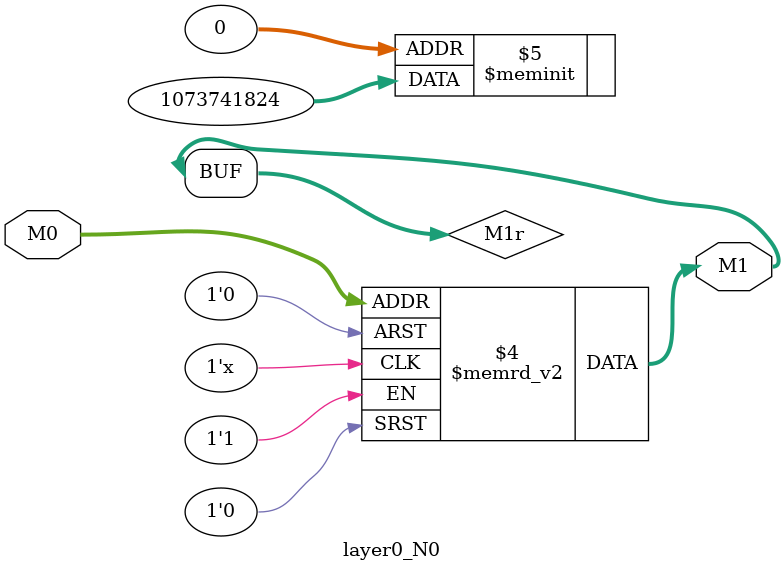
<source format=v>
module layer0_N0 ( input [3:0] M0, output [1:0] M1 );

	(*rom_style = "distributed" *) reg [1:0] M1r;
	assign M1 = M1r;
	always @ (M0) begin
		case (M0)
			4'b0000: M1r = 2'b00;
			4'b0100: M1r = 2'b00;
			4'b1000: M1r = 2'b00;
			4'b1100: M1r = 2'b00;
			4'b0001: M1r = 2'b00;
			4'b0101: M1r = 2'b00;
			4'b1001: M1r = 2'b00;
			4'b1101: M1r = 2'b00;
			4'b0010: M1r = 2'b00;
			4'b0110: M1r = 2'b00;
			4'b1010: M1r = 2'b00;
			4'b1110: M1r = 2'b00;
			4'b0011: M1r = 2'b00;
			4'b0111: M1r = 2'b00;
			4'b1011: M1r = 2'b00;
			4'b1111: M1r = 2'b01;

		endcase
	end
endmodule

</source>
